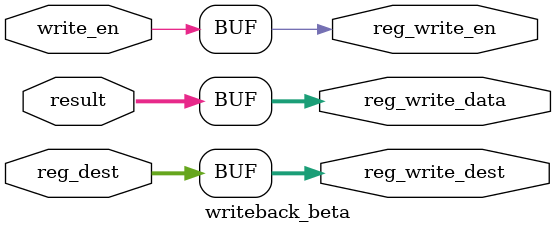
<source format=sv>
`timescale 1ns / 1ps
`include "common.vh"
module writeback_beta(
        input [31:0]                result,
        input [4:0]                 reg_dest,
        input                       write_en,

        output logic                reg_write_en,
        output logic [4:0]          reg_write_dest,
        output logic [31:0]         reg_write_data
);

    always_comb begin : generate_output
        reg_write_en = write_en;
        reg_write_dest = reg_dest;
        reg_write_data = result;
    end

endmodule

</source>
